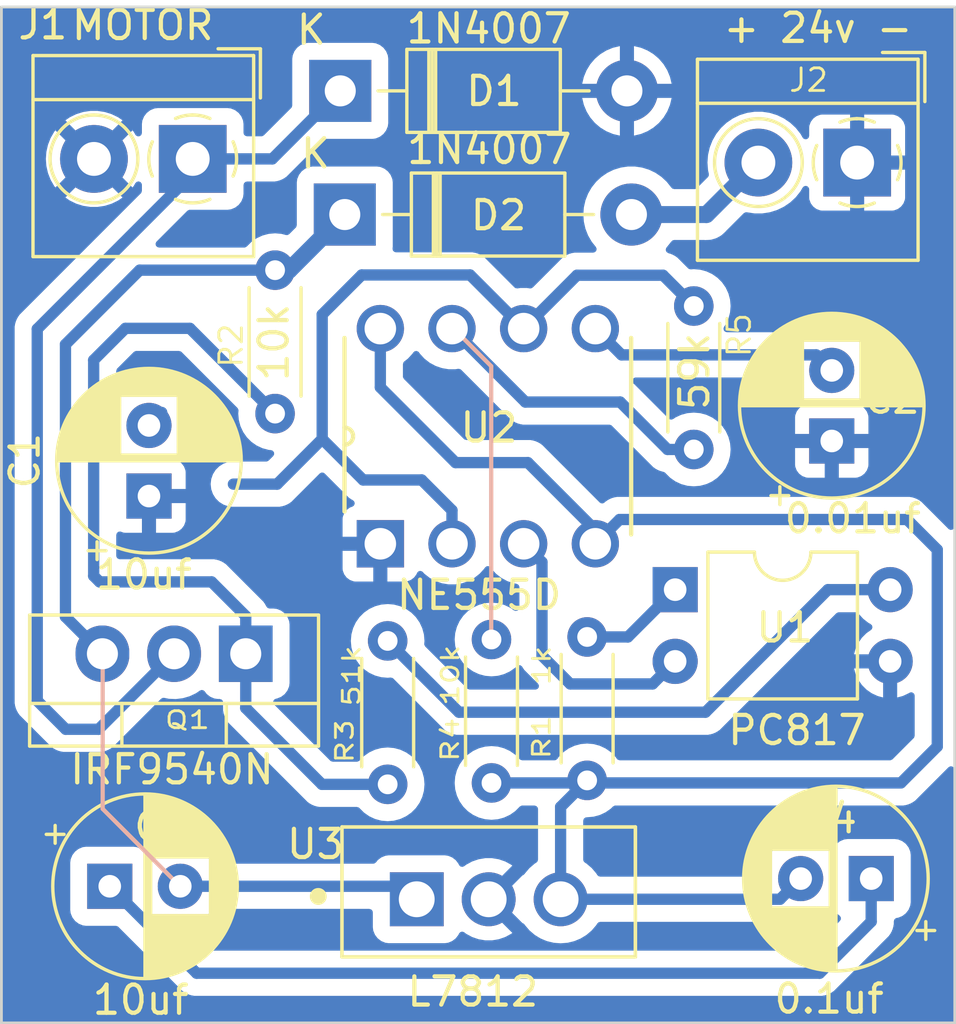
<source format=kicad_pcb>
(kicad_pcb (version 20221018) (generator pcbnew)
  (layers (0 "F.Cu" signal) (31 "B.Cu" signal) (34 "B.Paste" user) (35 "F.Paste" user) (36 "B.SilkS" user "B.Silkscreen") (37 "F.SilkS" user "F.Silkscreen") (38 "B.Mask" user) (39 "F.Mask" user) (44 "Edge.Cuts" user))
  (net 0 "")
  (net 1 "GND")
  (net 2 "Net-(U2-THR)")
  (net 3 "Net-(U2-CV)")
  (net 4 "Net-(C3-Pad1)")
  (net 5 "Net-(D2-K)")
  (net 6 "Net-(U2-R)")
  (net 7 "Net-(D1-K)")
  (net 8 "Net-(D2-A)")
  (net 9 "Net-(Q1-G)")
  (net 10 "Net-(R1-Pad2)")
  (net 11 "Net-(R3-Pad2)")
  (net 12 "Net-(U2-DIS)")
  (net 13 "Net-(U2-Q)")
  (footprint "Resistor_THT:R_Axial_DIN0204_L3.6mm_D1.6mm_P5.08mm_Horizontal" (layer "F.Cu") (at 139.28 104.08 90)
    (fp_text reference "R3" (at 1.524 -1.524 90) (layer "F.SilkS") (effects (font (size 0.6 0.8) (thickness 0.1) bold)))
    (fp_text value "51k")
    (pad "1" thru_hole circle (at 0 0 90) (size 1.4 1.4) (drill 0.7) (layers "*.Cu" "*.Mask") (net 9 "Net-(Q1-G)"))
    (pad "2" thru_hole oval (at 5.08 0 90) (size 1.4 1.4) (drill 0.7) (layers "*.Cu" "*.Mask") (net 11 "Net-(R3-Pad2)"))
  )
  (footprint "Resistor_THT:R_Axial_DIN0204_L3.6mm_D1.6mm_P5.08mm_Horizontal" (layer "F.Cu") (at 150.13 87.14 -90)
    (fp_text reference "R5" (at 1.03 -1.61 90) (layer "F.SilkS") (effects (font (size 0.8 0.8) (thickness 0.1))))
    (fp_text value "59k")
    (pad "1" thru_hole circle (at 0 0 270) (size 1.4 1.4) (drill 0.7) (layers "*.Cu" "*.Mask") (net 2 "Net-(U2-THR)"))
    (pad "2" thru_hole oval (at 5.08 0 270) (size 1.4 1.4) (drill 0.7) (layers "*.Cu" "*.Mask") (net 12 "Net-(U2-DIS)"))
  )
  (footprint "7812:TO-220-3" (layer "F.Cu") (at 142.86 107.89)
    (fp_text reference "U3" (at -6.14 -1.69) (layer "F.SilkS"))
    (fp_text value "L7812")
    (pad "1" thru_hole rect (at -2.55 0.26) (size 1.91 1.91) (drill 1.27) (layers "*.Cu" "*.Mask") (net 5 "Net-(D2-K)"))
    (pad "2" thru_hole circle (at 0 0.26) (size 1.91 1.91) (drill 1.27) (layers "*.Cu" "*.Mask") (net 1 "GND"))
    (pad "3" thru_hole circle (at 2.55 0.26) (size 1.91 1.91) (drill 1.27) (layers "*.Cu" "*.Mask") (net 6 "Net-(U2-R)"))
  )
  (footprint "Resistor_THT:R_Axial_DIN0204_L3.6mm_D1.6mm_P5.08mm_Horizontal" (layer "F.Cu") (at 142.96 104.03 90)
    (fp_text reference "R4" (at 1.524 -1.47 90) (layer "F.SilkS") (effects (font (size 0.6 0.8) (thickness 0.1) bold)))
    (fp_text value "10k")
    (pad "1" thru_hole circle (at 0 0 90) (size 1.4 1.4) (drill 0.7) (layers "*.Cu" "*.Mask") (net 6 "Net-(U2-R)"))
    (pad "2" thru_hole oval (at 5.08 0 90) (size 1.4 1.4) (drill 0.7) (layers "*.Cu" "*.Mask") (net 12 "Net-(U2-DIS)"))
  )
  (footprint "Diode_THT:D_DO-41_SOD81_P10.16mm_Horizontal" (layer "F.Cu") (at 137.76 83.9)
    (fp_text reference "D2" (at 5.45 0.03) (layer "F.SilkS"))
    (fp_text value "1N4007")
    (fp_text user "K" (at -1.04 -2.16) (layer "F.SilkS"))
    (pad "1" thru_hole rect (at 0 0) (size 2.2 2.2) (drill 1.1) (layers "*.Cu" "*.Mask") (net 5 "Net-(D2-K)"))
    (pad "2" thru_hole oval (at 10.16 0) (size 2.2 2.2) (drill 1.1) (layers "*.Cu" "*.Mask") (net 8 "Net-(D2-A)"))
  )
  (footprint "Package_TO_SOT_THT:TO-220-3_Vertical" (layer "F.Cu") (at 134.25 99.455 180)
    (fp_text reference "Q1" (at 2.07 -2.345) (layer "F.SilkS") (effects (font (size 0.6 0.8) (thickness 0.1) bold)))
    (fp_text value "IRF9540N")
    (pad "1" thru_hole rect (at 0 0 180) (size 1.905 2) (drill 1.1) (layers "*.Cu" "*.Mask") (net 9 "Net-(Q1-G)"))
    (pad "2" thru_hole oval (at 2.54 0 180) (size 1.905 2) (drill 1.1) (layers "*.Cu" "*.Mask") (net 7 "Net-(D1-K)"))
    (pad "3" thru_hole oval (at 5.08 0 180) (size 1.905 2) (drill 1.1) (layers "*.Cu" "*.Mask") (net 5 "Net-(D2-K)"))
  )
  (footprint "Diode_THT:D_DO-41_SOD81_P10.16mm_Horizontal" (layer "F.Cu") (at 137.6 79.52)
    (fp_text reference "D1" (at 5.45 0.01) (layer "F.SilkS"))
    (fp_text value "1N4007")
    (fp_text user "K" (at -1.03 -2.16) (layer "F.SilkS"))
    (pad "1" thru_hole rect (at 0 0) (size 2.2 2.2) (drill 1.1) (layers "*.Cu" "*.Mask") (net 7 "Net-(D1-K)"))
    (pad "2" thru_hole oval (at 10.16 0) (size 2.2 2.2) (drill 1.1) (layers "*.Cu" "*.Mask") (net 1 "GND"))
  )
  (footprint "Resistor_THT:R_Axial_DIN0204_L3.6mm_D1.6mm_P5.08mm_Horizontal" (layer "F.Cu") (at 146.35 103.94 90)
    (fp_text reference "R1" (at 1.524 -1.616 90) (layer "F.SilkS") (effects (font (size 0.6 0.8) (thickness 0.1) bold)))
    (fp_text value "1k")
    (pad "1" thru_hole circle (at 0 0 90) (size 1.4 1.4) (drill 0.7) (layers "*.Cu" "*.Mask") (net 6 "Net-(U2-R)"))
    (pad "2" thru_hole oval (at 5.08 0 90) (size 1.4 1.4) (drill 0.7) (layers "*.Cu" "*.Mask") (net 10 "Net-(R1-Pad2)"))
  )
  (footprint "Capacitor_THT:CP_Radial_D6.3mm_P2.50mm" (layer "F.Cu") (at 156.418 107.418 180)
    (fp_text reference "C4" (at 1.49 2.131) (layer "F.SilkS"))
    (fp_text value "0.1uf")
    (pad "1" thru_hole rect (at 0 0 180) (size 1.6 1.6) (drill 0.8) (layers "*.Cu" "*.Mask") (net 4 "Net-(C3-Pad1)"))
    (pad "2" thru_hole circle (at 2.5 0 180) (size 1.6 1.6) (drill 0.8) (layers "*.Cu" "*.Mask") (net 6 "Net-(U2-R)"))
  )
  (footprint "TerminalBlock_4Ucon:TerminalBlock_4Ucon_1x02_P3.50mm_Horizontal" (layer "F.Cu") (at 132.37 81.93 180)
    (fp_text reference "J1" (at 5.31 4.76) (layer "F.SilkS"))
    (fp_text value "MOTOR")
    (pad "1" thru_hole rect (at 0 0 180) (size 2.4 2.4) (drill 1.2) (layers "*.Cu" "*.Mask") (net 7 "Net-(D1-K)"))
    (pad "2" thru_hole circle (at 3.5 0 180) (size 2.4 2.4) (drill 1.2) (layers "*.Cu" "*.Mask") (net 1 "GND"))
  )
  (footprint "TerminalBlock_4Ucon:TerminalBlock_4Ucon_1x02_P3.50mm_Horizontal" (layer "F.Cu") (at 155.92 82.06 180)
    (fp_text reference "J2" (at 1.72 2.92) (layer "F.SilkS") (effects (font (size 0.8 0.8) (thickness 0.1))))
    (fp_text value "+ 24v -")
    (pad "1" thru_hole rect (at 0 0 180) (size 2.4 2.4) (drill 1.2) (layers "*.Cu" "*.Mask") (net 1 "GND"))
    (pad "2" thru_hole circle (at 3.5 0 180) (size 2.4 2.4) (drill 1.2) (layers "*.Cu" "*.Mask") (net 8 "Net-(D2-A)"))
  )
  (footprint "Package_DIP:DIP-4_W7.62mm" (layer "F.Cu") (at 149.47 97.185)
    (fp_text reference "U1" (at 3.89 1.345) (layer "F.SilkS"))
    (fp_text value "PC817")
    (pad "1" thru_hole rect (at 0 0) (size 1.6 1.6) (drill 0.8) (layers "*.Cu" "*.Mask") (net 10 "Net-(R1-Pad2)"))
    (pad "2" thru_hole oval (at 0 2.54) (size 1.6 1.6) (drill 0.8) (layers "*.Cu" "*.Mask") (net 13 "Net-(U2-Q)"))
    (pad "3" thru_hole oval (at 7.62 2.54) (size 1.6 1.6) (drill 0.8) (layers "*.Cu" "*.Mask") (net 1 "GND"))
    (pad "4" thru_hole oval (at 7.62 0) (size 1.6 1.6) (drill 0.8) (layers "*.Cu" "*.Mask") (net 11 "Net-(R3-Pad2)"))
  )
  (footprint "Capacitor_THT:CP_Radial_D6.3mm_P2.50mm" (layer "F.Cu") (at 155.02 91.92 90)
    (fp_text reference "C2" (at 1.49 2.131 180) (layer "F.SilkS"))
    (fp_text value "0.01uf")
    (pad "1" thru_hole rect (at 0 0 90) (size 1.6 1.6) (drill 0.8) (layers "*.Cu" "*.Mask") (net 1 "GND"))
    (pad "2" thru_hole circle (at 2.5 0 90) (size 1.6 1.6) (drill 0.8) (layers "*.Cu" "*.Mask") (net 3 "Net-(U2-CV)"))
  )
  (footprint "Capacitor_THT:CP_Radial_D6.3mm_P2.50mm" (layer "F.Cu") (at 129.43 107.69)
    (fp_text reference "C3" (at 1.85 -2.1075) (layer "F.SilkS"))
    (fp_text value "10uf")
    (pad "1" thru_hole rect (at 0 0) (size 1.6 1.6) (drill 0.8) (layers "*.Cu" "*.Mask") (net 4 "Net-(C3-Pad1)"))
    (pad "2" thru_hole circle (at 2.5 0) (size 1.6 1.6) (drill 0.8) (layers "*.Cu" "*.Mask") (net 5 "Net-(D2-K)"))
  )
  (footprint "NE555N:DIP254P762X533-8" (layer "F.Cu") (at 146.64 87.94 90)
    (fp_text reference "U2" (at -3.51 -3.77 180) (layer "F.SilkS"))
    (fp_text value "NE555D")
    (pad "1" thru_hole rect (at -7.62 -7.62 90) (size 1.6764 1.6764) (drill 1.1176) (layers "*.Cu" "*.Mask") (net 1 "GND"))
    (pad "2" thru_hole circle (at -7.62 -5.08 90) (size 1.6764 1.6764) (drill 1.1176) (layers "*.Cu" "*.Mask") (net 2 "Net-(U2-THR)"))
    (pad "3" thru_hole circle (at -7.62 -2.54 90) (size 1.6764 1.6764) (drill 1.1176) (layers "*.Cu" "*.Mask") (net 13 "Net-(U2-Q)"))
    (pad "4" thru_hole circle (at -7.62 0 90) (size 1.6764 1.6764) (drill 1.1176) (layers "*.Cu" "*.Mask") (net 6 "Net-(U2-R)"))
    (pad "5" thru_hole circle (at 0 0 90) (size 1.6764 1.6764) (drill 1.1176) (layers "*.Cu" "*.Mask") (net 3 "Net-(U2-CV)"))
    (pad "6" thru_hole circle (at 0 -2.54 90) (size 1.6764 1.6764) (drill 1.1176) (layers "*.Cu" "*.Mask") (net 2 "Net-(U2-THR)"))
    (pad "7" thru_hole circle (at 0 -5.08 90) (size 1.6764 1.6764) (drill 1.1176) (layers "*.Cu" "*.Mask") (net 12 "Net-(U2-DIS)"))
    (pad "8" thru_hole circle (at 0 -7.62 90) (size 1.6764 1.6764) (drill 1.1176) (layers "*.Cu" "*.Mask") (net 6 "Net-(U2-R)"))
  )
  (footprint "Resistor_THT:R_Axial_DIN0204_L3.6mm_D1.6mm_P5.08mm_Horizontal" (layer "F.Cu") (at 135.29 85.87 -90)
    (fp_text reference "R2" (at 2.67 1.56 90) (layer "F.SilkS") (effects (font (size 0.8 0.8) (thickness 0.1))))
    (fp_text value "10k")
    (pad "1" thru_hole circle (at 0 0 270) (size 1.4 1.4) (drill 0.7) (layers "*.Cu" "*.Mask") (net 5 "Net-(D2-K)"))
    (pad "2" thru_hole oval (at 5.08 0 270) (size 1.4 1.4) (drill 0.7) (layers "*.Cu" "*.Mask") (net 9 "Net-(Q1-G)"))
  )
  (footprint "Capacitor_THT:CP_Radial_D6.3mm_P2.50mm" (layer "F.Cu") (at 130.82 93.87 90)
    (fp_text reference "C1" (at 1.25 -4.4 90) (layer "F.SilkS"))
    (fp_text value "10uf")
    (pad "1" thru_hole rect (at 0 0 90) (size 1.6 1.6) (drill 0.8) (layers "*.Cu" "*.Mask") (net 1 "GND"))
    (pad "2" thru_hole circle (at 2.5 0 90) (size 1.6 1.6) (drill 0.8) (layers "*.Cu" "*.Mask") (net 2 "Net-(U2-THR)"))
  )
  (gr_line (start 142.95 89.27) (end 141.57 87.89) (stroke (width 0.15)) (layer "B.SilkS"))
  (gr_line (start 142.95 98.96) (end 142.95 89.27) (stroke (width 0.15)) (layer "B.SilkS"))
  (gr_line (start 129.18 99.41) (end 129.18 104.95) (stroke (width 0.15)) (layer "B.SilkS"))
  (gr_line (start 129.18 104.95) (end 131.91 107.68) (stroke (width 0.15)) (layer "B.SilkS"))
  (gr_line (start 159.38 112.53) (end 125.59 112.53) (stroke (width 0.1)) (layer "Edge.Cuts"))
  (gr_line (start 159.38 76.55) (end 159.38 112.53) (stroke (width 0.1)) (layer "Edge.Cuts"))
  (gr_line (start 125.59 76.55) (end 159.38 76.55) (stroke (width 0.1)) (layer "Edge.Cuts"))
  (gr_line (start 125.59 112.53) (end 125.59 76.55) (stroke (width 0.1)) (layer "Edge.Cuts"))
  (gr_text "1N4007" (at 139.86 77.9) (layer "F.SilkS") (effects (font (size 1 1)) (justify left bottom)))
  (gr_text "1N4007" (at 139.88 82.17) (layer "F.SilkS") (effects (font (size 1 1)) (justify left bottom)))
  (gr_text "59k" (at 150.74 90.91 90) (layer "F.SilkS") (effects (font (size 1 1)) (justify left bottom)))
  (gr_text "L7812" (at 139.89 112.01) (layer "F.SilkS") (effects (font (size 1 1)) (justify left bottom)))
  (gr_text "0.1uf" (at 152.9 112.26) (layer "F.SilkS") (effects (font (size 1 1)) (justify left bottom)))
  (gr_text "IRF9540N" (at 127.94 104.14) (layer "F.SilkS") (effects (font (size 1 1)) (justify left bottom)))
  (gr_text "10k" (at 135.83 89.88 90) (layer "F.SilkS") (effects (font (size 1 1)) (justify left bottom)))
  (gr_text "10uf" (at 128.85 97.24) (layer "F.SilkS") (effects (font (size 1 1)) (justify left bottom)))
  (gr_text "NE555D" (at 139.52 97.96) (layer "F.SilkS") (effects (font (size 1 1)) (justify left bottom)))
  (gr_text "PC817" (at 151.26 102.75) (layer "F.SilkS") (effects (font (size 1 1)) (justify left bottom)))
  (gr_text "+ 24v -" (at 151.1 77.88) (layer "F.SilkS") (effects (font (size 1 1)) (justify left bottom)))
  (gr_text "10uf" (at 128.74 112.3) (layer "F.SilkS") (effects (font (size 1 1)) (justify left bottom)))
  (gr_text "51k" (at 138.35 101.39 90) (layer "F.SilkS") (effects (font (size 0.6 0.8) (thickness 0.1) bold) (justify left bottom)))
  (gr_text "10k" (at 141.85 101.37 90) (layer "F.SilkS") (effects (font (size 0.6 0.8) (thickness 0.1) bold) (justify left bottom)))
  (gr_text "0.01uf" (at 153.26 95.25) (layer "F.SilkS") (effects (font (size 1 1)) (justify left bottom)))
  (gr_text "MOTOR" (at 128 77.78) (layer "F.SilkS") (effects (font (size 1 1)) (justify left bottom)))
  (gr_text "1k" (at 145.09 100.64 90) (layer "F.SilkS") (effects (font (size 0.6 0.8) (thickness 0.1) bold) (justify left bottom)))
  (segment (start 138.36 86.04) (end 136.96 87.44) (width 0.4) (layer "B.Cu") (net 2))
  (segment (start 145.99 86.05) (end 149.04 86.05) (width 0.4) (layer "B.Cu") (net 2))
  (segment (start 136.96 87.44) (end 136.96 91.85) (width 0.4) (layer "B.Cu") (net 2))
  (segment (start 131.272 90.908) (end 130.44 90.908) (width 0.4) (layer "B.Cu") (net 2))
  (segment (start 133.812 93.448) (end 135.362 93.448) (width 0.4) (layer "B.Cu") (net 2))
  (segment (start 140.485393 93.3) (end 141.56 94.374607) (width 0.4) (layer "B.Cu") (net 2))
  (segment (start 136.96 91.85) (end 138.41 93.3) (width 0.4) (layer "B.Cu") (net 2))
  (segment (start 135.362 93.448) (end 136.96 91.85) (width 0.4) (layer "B.Cu") (net 2))
  (segment (start 141.56 94.374607) (end 141.56 95.56) (width 0.4) (layer "B.Cu") (net 2))
  (segment (start 138.41 93.3) (end 140.485393 93.3) (width 0.4) (layer "B.Cu") (net 2))
  (segment (start 142.2 86.04) (end 138.36 86.04) (width 0.4) (layer "B.Cu") (net 2))
  (segment (start 149.04 86.05) (end 150.13 87.14) (width 0.4) (layer "B.Cu") (net 2))
  (segment (start 144.1 87.94) (end 145.99 86.05) (width 0.4) (layer "B.Cu") (net 2))
  (segment (start 144.1 87.94) (end 142.2 86.04) (width 0.4) (layer "B.Cu") (net 2))
  (segment (start 146.64 87.94) (end 147.57 88.87) (width 0.4) (layer "B.Cu") (net 3))
  (segment (start 147.57 88.87) (end 154.47 88.87) (width 0.4) (layer "B.Cu") (net 3))
  (segment (start 154.47 88.87) (end 155.02 89.42) (width 0.4) (layer "B.Cu") (net 3))
  (segment (start 156.418 108.942) (end 156.418 107.418) (width 0.4) (layer "B.Cu") (net 4))
  (segment (start 132.51 110.77) (end 154.59 110.77) (width 0.4) (layer "B.Cu") (net 4))
  (segment (start 154.59 110.77) (end 156.418 108.942) (width 0.4) (layer "B.Cu") (net 4))
  (segment (start 129.43 107.69) (end 132.51 110.77) (width 0.4) (layer "B.Cu") (net 4))
  (segment (start 139.85 107.69) (end 140.31 108.15) (width 0.25) (layer "B.Cu") (net 5))
  (segment (start 127.86 88.5) (end 130.49 85.87) (width 0.4) (layer "B.Cu") (net 5))
  (segment (start 129.17 99.455) (end 127.86 98.145) (width 0.4) (layer "B.Cu") (net 5))
  (segment (start 130.49 85.87) (end 135.29 85.87) (width 0.4) (layer "B.Cu") (net 5))
  (segment (start 131.93 107.69) (end 139.85 107.69) (width 0.4) (layer "B.Cu") (net 5))
  (segment (start 127.86 98.145) (end 127.86 88.5) (width 0.4) (layer "B.Cu") (net 5))
  (segment (start 135.29 85.87) (end 135.79 85.87) (width 0.6) (layer "B.Cu") (net 5))
  (segment (start 135.79 85.87) (end 137.76 83.9) (width 0.6) (layer "B.Cu") (net 5))
  (segment (start 146.26 104.03) (end 146.35 103.94) (width 0.6) (layer "B.Cu") (net 6))
  (segment (start 145.41 108.15) (end 153.186 108.15) (width 0.4) (layer "B.Cu") (net 6))
  (segment (start 139.02 87.94) (end 139.02 90.02) (width 0.4) (layer "B.Cu") (net 6))
  (segment (start 158.76 95.77) (end 158.76 102.74) (width 0.4) (layer "B.Cu") (net 6))
  (segment (start 144.25 92.686) (end 146.64 95.076) (width 0.4) (layer "B.Cu") (net 6))
  (segment (start 145.41 104.88) (end 146.35 103.94) (width 0.4) (layer "B.Cu") (net 6))
  (segment (start 142.96 104.03) (end 146.26 104.03) (width 0.4) (layer "B.Cu") (net 6))
  (segment (start 157.47 104.03) (end 146.26 104.03) (width 0.4) (layer "B.Cu") (net 6))
  (segment (start 145.41 108.15) (end 145.41 104.88) (width 0.4) (layer "B.Cu") (net 6))
  (segment (start 146.64 95.076) (end 146.64 95.56) (width 0.4) (layer "B.Cu") (net 6))
  (segment (start 158.76 102.74) (end 157.47 104.03) (width 0.4) (layer "B.Cu") (net 6))
  (segment (start 141.686 92.686) (end 144.25 92.686) (width 0.4) (layer "B.Cu") (net 6))
  (segment (start 139.02 90.02) (end 141.686 92.686) (width 0.4) (layer "B.Cu") (net 6))
  (segment (start 147.5 94.7) (end 157.69 94.7) (width 0.4) (layer "B.Cu") (net 6))
  (segment (start 146.64 95.56) (end 147.5 94.7) (width 0.4) (layer "B.Cu") (net 6))
  (segment (start 153.186 108.15) (end 153.918 107.418) (width 0.4) (layer "B.Cu") (net 6))
  (segment (start 157.69 94.7) (end 158.76 95.77) (width 0.4) (layer "B.Cu") (net 6))
  (segment (start 132.65 82.44) (end 132.374 82.44) (width 0.4) (layer "B.Cu") (net 7))
  (segment (start 127.87 102.13) (end 129.035 102.13) (width 0.4) (layer "B.Cu") (net 7))
  (segment (start 132.37 82.444) (end 132.37 81.93) (width 0.4) (layer "B.Cu") (net 7))
  (segment (start 135.19 81.93) (end 137.6 79.52) (width 0.4) (layer "B.Cu") (net 7))
  (segment (start 126.86 87.954) (end 126.86 101.12) (width 0.4) (layer "B.Cu") (net 7))
  (segment (start 132.65 82.44) (end 131.612 82.44) (width 0.4) (layer "B.Cu") (net 7))
  (segment (start 132.37 81.93) (end 135.19 81.93) (width 0.4) (layer "B.Cu") (net 7))
  (segment (start 129.035 102.13) (end 131.71 99.455) (width 0.4) (layer "B.Cu") (net 7))
  (segment (start 126.86 87.954) (end 132.37 82.444) (width 0.4) (layer "B.Cu") (net 7))
  (segment (start 126.86 101.12) (end 127.87 102.13) (width 0.4) (layer "B.Cu") (net 7))
  (segment (start 147.92 83.9) (end 150.58 83.9) (width 0.6) (layer "B.Cu") (net 8))
  (segment (start 150.58 83.9) (end 152.42 82.06) (width 0.6) (layer "B.Cu") (net 8))
  (segment (start 136.95 104.08) (end 139.28 104.08) (width 0.4) (layer "B.Cu") (net 9))
  (segment (start 128.86 96.7) (end 129.07 96.91) (width 0.4) (layer "B.Cu") (net 9))
  (segment (start 134.25 99.455) (end 134.25 101.38) (width 0.4) (layer "B.Cu") (net 9))
  (segment (start 134.25 98.12) (end 134.25 99.455) (width 0.4) (layer "B.Cu") (net 9))
  (segment (start 129.07 96.91) (end 133.04 96.91) (width 0.4) (layer "B.Cu") (net 9))
  (segment (start 129.985634 87.93) (end 132.27 87.93) (width 0.4) (layer "B.Cu") (net 9))
  (segment (start 134.25 101.38) (end 136.95 104.08) (width 0.4) (layer "B.Cu") (net 9))
  (segment (start 133.04 96.91) (end 134.25 98.12) (width 0.4) (layer "B.Cu") (net 9))
  (segment (start 128.86 89.055634) (end 128.86 96.7) (width 0.4) (layer "B.Cu") (net 9))
  (segment (start 132.27 87.93) (end 135.29 90.95) (width 0.4) (layer "B.Cu") (net 9))
  (segment (start 129.985634 87.93) (end 128.86 89.055634) (width 0.4) (layer "B.Cu") (net 9))
  (segment (start 146.35 98.86) (end 147.795 98.86) (width 0.4) (layer "B.Cu") (net 10))
  (segment (start 147.795 98.86) (end 149.47 97.185) (width 0.4) (layer "B.Cu") (net 10))
  (segment (start 141.804999 101.524999) (end 150.545001 101.524999) (width 0.4) (layer "B.Cu") (net 11))
  (segment (start 154.885 97.185) (end 157.09 97.185) (width 0.4) (layer "B.Cu") (net 11))
  (segment (start 150.545001 101.524999) (end 154.885 97.185) (width 0.4) (layer "B.Cu") (net 11))
  (segment (start 139.28 99) (end 141.804999 101.524999) (width 0.4) (layer "B.Cu") (net 11))
  (segment (start 147.52 90.54) (end 149.2 92.22) (width 0.4) (layer "B.Cu") (net 12))
  (segment (start 141.56 87.94) (end 144.16 90.54) (width 0.4) (layer "B.Cu") (net 12))
  (segment (start 149.2 92.22) (end 150.13 92.22) (width 0.4) (layer "B.Cu") (net 12))
  (segment (start 144.16 90.54) (end 147.52 90.54) (width 0.4) (layer "B.Cu") (net 12))
  (segment (start 144.75 99.522742) (end 145.752257 100.524999) (width 0.4) (layer "B.Cu") (net 13))
  (segment (start 144.75 96.21) (end 144.1 95.56) (width 0.4) (layer "B.Cu") (net 13))
  (segment (start 145.752257 100.524999) (end 148.670001 100.524999) (width 0.4) (layer "B.Cu") (net 13))
  (segment (start 144.75 99.522742) (end 144.75 96.21) (width 0.4) (layer "B.Cu") (net 13))
  (segment (start 148.670001 100.524999) (end 149.47 99.725) (width 0.4) (layer "B.Cu") (net 13))
  (zone (net 1) (net_name "GND") (layer "B.Cu") (connect_pads (clearance 0.5)) (min_thickness 0.25) (fill yes (thermal_gap 0.5) (thermal_bridge_width 0.5))
    (polygon (pts (xy 159.37 76.56) (xy 159.37 112.53) (xy 125.59 112.53) (xy 125.59 76.56)))
  )
)
</source>
